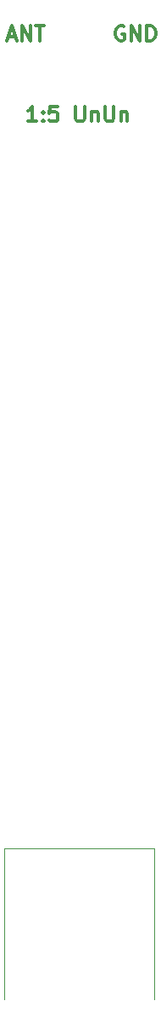
<source format=gbr>
%TF.GenerationSoftware,KiCad,Pcbnew,(6.0.6)*%
%TF.CreationDate,2023-04-06T13:29:05+02:00*%
%TF.ProjectId,1to5UnUn,31746f35-556e-4556-9e2e-6b696361645f,rev?*%
%TF.SameCoordinates,Original*%
%TF.FileFunction,Legend,Top*%
%TF.FilePolarity,Positive*%
%FSLAX46Y46*%
G04 Gerber Fmt 4.6, Leading zero omitted, Abs format (unit mm)*
G04 Created by KiCad (PCBNEW (6.0.6)) date 2023-04-06 13:29:05*
%MOMM*%
%LPD*%
G01*
G04 APERTURE LIST*
%ADD10C,0.300000*%
%ADD11C,0.150000*%
%ADD12C,0.120000*%
G04 APERTURE END LIST*
D10*
X59357142Y-76428571D02*
X58500000Y-76428571D01*
X58928571Y-76428571D02*
X58928571Y-74928571D01*
X58785714Y-75142857D01*
X58642857Y-75285714D01*
X58500000Y-75357142D01*
X60000000Y-76285714D02*
X60071428Y-76357142D01*
X60000000Y-76428571D01*
X59928571Y-76357142D01*
X60000000Y-76285714D01*
X60000000Y-76428571D01*
X60000000Y-75500000D02*
X60071428Y-75571428D01*
X60000000Y-75642857D01*
X59928571Y-75571428D01*
X60000000Y-75500000D01*
X60000000Y-75642857D01*
X61428571Y-74928571D02*
X60714285Y-74928571D01*
X60642857Y-75642857D01*
X60714285Y-75571428D01*
X60857142Y-75500000D01*
X61214285Y-75500000D01*
X61357142Y-75571428D01*
X61428571Y-75642857D01*
X61500000Y-75785714D01*
X61500000Y-76142857D01*
X61428571Y-76285714D01*
X61357142Y-76357142D01*
X61214285Y-76428571D01*
X60857142Y-76428571D01*
X60714285Y-76357142D01*
X60642857Y-76285714D01*
X63285714Y-74928571D02*
X63285714Y-76142857D01*
X63357142Y-76285714D01*
X63428571Y-76357142D01*
X63571428Y-76428571D01*
X63857142Y-76428571D01*
X64000000Y-76357142D01*
X64071428Y-76285714D01*
X64142857Y-76142857D01*
X64142857Y-74928571D01*
X64857142Y-75428571D02*
X64857142Y-76428571D01*
X64857142Y-75571428D02*
X64928571Y-75500000D01*
X65071428Y-75428571D01*
X65285714Y-75428571D01*
X65428571Y-75500000D01*
X65500000Y-75642857D01*
X65500000Y-76428571D01*
X66214285Y-74928571D02*
X66214285Y-76142857D01*
X66285714Y-76285714D01*
X66357142Y-76357142D01*
X66500000Y-76428571D01*
X66785714Y-76428571D01*
X66928571Y-76357142D01*
X67000000Y-76285714D01*
X67071428Y-76142857D01*
X67071428Y-74928571D01*
X67785714Y-75428571D02*
X67785714Y-76428571D01*
X67785714Y-75571428D02*
X67857142Y-75500000D01*
X68000000Y-75428571D01*
X68214285Y-75428571D01*
X68357142Y-75500000D01*
X68428571Y-75642857D01*
X68428571Y-76428571D01*
X68107142Y-67000000D02*
X67964285Y-66928571D01*
X67750000Y-66928571D01*
X67535714Y-67000000D01*
X67392857Y-67142857D01*
X67321428Y-67285714D01*
X67250000Y-67571428D01*
X67250000Y-67785714D01*
X67321428Y-68071428D01*
X67392857Y-68214285D01*
X67535714Y-68357142D01*
X67750000Y-68428571D01*
X67892857Y-68428571D01*
X68107142Y-68357142D01*
X68178571Y-68285714D01*
X68178571Y-67785714D01*
X67892857Y-67785714D01*
X68821428Y-68428571D02*
X68821428Y-66928571D01*
X69678571Y-68428571D01*
X69678571Y-66928571D01*
X70392857Y-68428571D02*
X70392857Y-66928571D01*
X70750000Y-66928571D01*
X70964285Y-67000000D01*
X71107142Y-67142857D01*
X71178571Y-67285714D01*
X71250000Y-67571428D01*
X71250000Y-67785714D01*
X71178571Y-68071428D01*
X71107142Y-68214285D01*
X70964285Y-68357142D01*
X70750000Y-68428571D01*
X70392857Y-68428571D01*
X56535714Y-68000000D02*
X57250000Y-68000000D01*
X56392857Y-68428571D02*
X56892857Y-66928571D01*
X57392857Y-68428571D01*
X57892857Y-68428571D02*
X57892857Y-66928571D01*
X58750000Y-68428571D01*
X58750000Y-66928571D01*
X59250000Y-66928571D02*
X60107142Y-66928571D01*
X59678571Y-68428571D02*
X59678571Y-66928571D01*
D11*
%TO.C,*%
D12*
%TO.C,REF\u002A\u002A*%
X71152400Y-148576000D02*
X71152400Y-163576000D01*
X56152400Y-163576000D02*
X56152400Y-148576000D01*
X56152400Y-148576000D02*
X71152400Y-148576000D01*
%TD*%
M02*

</source>
